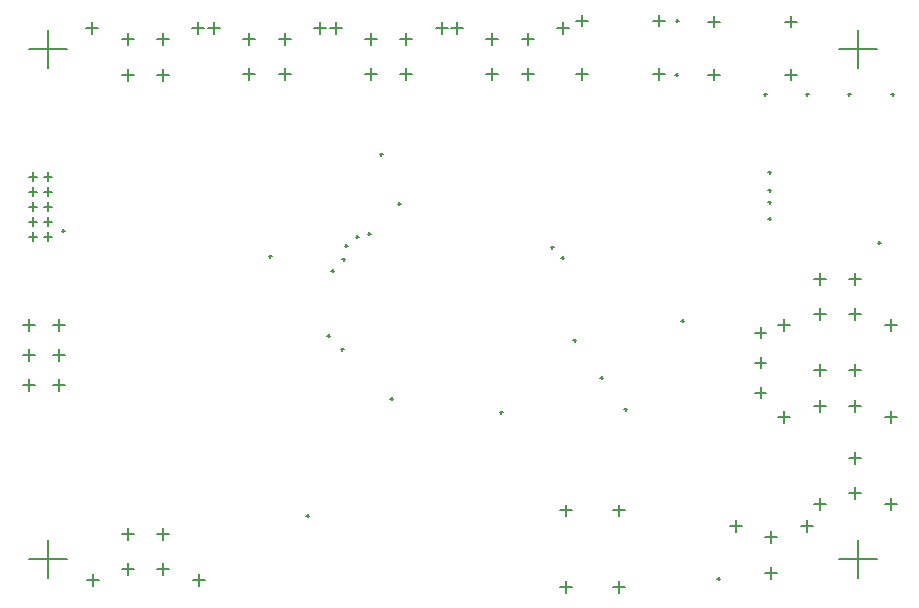
<source format=gbr>
%FSTAX23Y23*%
%MOIN*%
%SFA1B1*%

%IPPOS*%
%ADD65C,0.005000*%
%LNtemperature_monitor_&_display_drillmap_1-1*%
%LPD*%
G54D65*
X01911Y01945D02*
X01949D01*
X0193Y01926D02*
Y01964D01*
X02166Y01945D02*
X02205D01*
X02186Y01926D02*
Y01964D01*
X01911Y01768D02*
X01949D01*
X0193Y01748D02*
Y01787D01*
X02166Y01768D02*
X02205D01*
X02186Y01748D02*
Y01787D01*
X02351Y01942D02*
X02389D01*
X0237Y01923D02*
Y01962D01*
X02606Y01942D02*
X02645D01*
X02626Y01923D02*
Y01962D01*
X02351Y01765D02*
X02389D01*
X0237Y01746D02*
Y01784D01*
X02606Y01765D02*
X02645D01*
X02626Y01746D02*
Y01784D01*
X00065Y0093D02*
X00105D01*
X00085Y0091D02*
Y0095D01*
X00065Y0083D02*
X00105D01*
X00085Y0081D02*
Y0085D01*
X00065Y0073D02*
X00105D01*
X00085Y0071D02*
Y0075D01*
X00165Y0093D02*
X00205D01*
X00185Y0091D02*
Y0095D01*
X00165Y0083D02*
X00205D01*
X00185Y0081D02*
Y0085D01*
X00165Y0073D02*
X00205D01*
X00185Y0071D02*
Y0075D01*
X01857Y00057D02*
X01896D01*
X01876Y00038D02*
Y00077D01*
X01857Y00313D02*
X01896D01*
X01876Y00293D02*
Y00332D01*
X02034Y00057D02*
X02073D01*
X02054Y00038D02*
Y00077D01*
X02034Y00313D02*
X02073D01*
X02054Y00293D02*
Y00332D01*
X0254Y00105D02*
X0258D01*
X0256Y00085D02*
Y00125D01*
X0254Y00223D02*
X0258D01*
X0256Y00203D02*
Y00243D01*
X02422Y0026D02*
X02462D01*
X02442Y0024D02*
Y0028D01*
X02658Y0026D02*
X02698D01*
X02678Y0024D02*
Y0028D01*
X0282Y00488D02*
X0286D01*
X0284Y00468D02*
Y00508D01*
X0282Y0037D02*
X0286D01*
X0284Y0035D02*
Y0039D01*
X02938Y00333D02*
X02978D01*
X02958Y00313D02*
Y00353D01*
X02702Y00333D02*
X02742D01*
X02722Y00313D02*
Y00353D01*
X00632Y00079D02*
X00672D01*
X00652Y00059D02*
Y00099D01*
X00278Y00079D02*
X00318D01*
X00298Y00059D02*
Y00099D01*
X00514Y00234D02*
X00554D01*
X00534Y00214D02*
Y00254D01*
X00514Y00116D02*
X00554D01*
X00534Y00096D02*
Y00136D01*
X00396Y00234D02*
X00436D01*
X00416Y00214D02*
Y00254D01*
X00396Y00116D02*
X00436D01*
X00416Y00096D02*
Y00136D01*
X02507Y00905D02*
X02543D01*
X02525Y00887D02*
Y00923D01*
X02507Y00805D02*
X02543D01*
X02525Y00787D02*
Y00823D01*
X02507Y00705D02*
X02543D01*
X02525Y00687D02*
Y00723D01*
X01493Y01921D02*
X01533D01*
X01513Y01901D02*
Y01941D01*
X01847Y01921D02*
X01887D01*
X01867Y01901D02*
Y01941D01*
X01611Y01766D02*
X01651D01*
X01631Y01746D02*
Y01786D01*
X01611Y01884D02*
X01651D01*
X01631Y01864D02*
Y01904D01*
X01729Y01766D02*
X01769D01*
X01749Y01746D02*
Y01786D01*
X01729Y01884D02*
X01769D01*
X01749Y01864D02*
Y01904D01*
X01088Y01921D02*
X01128D01*
X01108Y01901D02*
Y01941D01*
X01442Y01921D02*
X01482D01*
X01462Y01901D02*
Y01941D01*
X01206Y01766D02*
X01246D01*
X01226Y01746D02*
Y01786D01*
X01206Y01884D02*
X01246D01*
X01226Y01864D02*
Y01904D01*
X01324Y01766D02*
X01364D01*
X01344Y01746D02*
Y01786D01*
X01324Y01884D02*
X01364D01*
X01344Y01864D02*
Y01904D01*
X02938Y0093D02*
X02978D01*
X02958Y0091D02*
Y0095D01*
X02584Y0093D02*
X02624D01*
X02604Y0091D02*
Y0095D01*
X0282Y01085D02*
X0286D01*
X0284Y01065D02*
Y01105D01*
X0282Y00967D02*
X0286D01*
X0284Y00947D02*
Y00987D01*
X02702Y01085D02*
X02742D01*
X02722Y01065D02*
Y01105D01*
X02702Y00967D02*
X02742D01*
X02722Y00947D02*
Y00987D01*
X02938Y00625D02*
X02978D01*
X02958Y00605D02*
Y00645D01*
X02584Y00625D02*
X02624D01*
X02604Y00605D02*
Y00645D01*
X0282Y0078D02*
X0286D01*
X0284Y0076D02*
Y008D01*
X0282Y00662D02*
X0286D01*
X0284Y00642D02*
Y00682D01*
X02702Y0078D02*
X02742D01*
X02722Y0076D02*
Y008D01*
X02702Y00662D02*
X02742D01*
X02722Y00642D02*
Y00682D01*
X00136Y01225D02*
X00164D01*
X0015Y01211D02*
Y01239D01*
X00086Y01225D02*
X00114D01*
X001Y01211D02*
Y01239D01*
X00136Y01275D02*
X00164D01*
X0015Y01261D02*
Y01289D01*
X00086Y01275D02*
X00114D01*
X001Y01261D02*
Y01289D01*
X00136Y01325D02*
X00164D01*
X0015Y01311D02*
Y01339D01*
X00086Y01325D02*
X00114D01*
X001Y01311D02*
Y01339D01*
X00136Y01375D02*
X00164D01*
X0015Y01361D02*
Y01389D01*
X00086Y01375D02*
X00114D01*
X001Y01361D02*
Y01389D01*
X00136Y01425D02*
X00164D01*
X0015Y01411D02*
Y01439D01*
X00086Y01425D02*
X00114D01*
X001Y01411D02*
Y01439D01*
X00683Y01921D02*
X00723D01*
X00703Y01901D02*
Y01941D01*
X01037Y01921D02*
X01077D01*
X01057Y01901D02*
Y01941D01*
X00801Y01766D02*
X00841D01*
X00821Y01746D02*
Y01786D01*
X00801Y01884D02*
X00841D01*
X00821Y01864D02*
Y01904D01*
X00919Y01766D02*
X00959D01*
X00939Y01746D02*
Y01786D01*
X00919Y01884D02*
X00959D01*
X00939Y01864D02*
Y01904D01*
X00087Y0185D02*
X00213D01*
X0015Y01787D02*
Y01913D01*
X02787Y0185D02*
X02913D01*
X0285Y01787D02*
Y01913D01*
X02787Y0015D02*
X02913D01*
X0285Y00087D02*
Y00213D01*
X00087Y0015D02*
X00213D01*
X0015Y00087D02*
Y00213D01*
X00513Y01883D02*
X00553D01*
X00533Y01863D02*
Y01903D01*
X00513Y01765D02*
X00553D01*
X00533Y01745D02*
Y01785D01*
X00395Y01883D02*
X00435D01*
X00415Y01863D02*
Y01903D01*
X00395Y01765D02*
X00435D01*
X00415Y01745D02*
Y01785D01*
X00631Y0192D02*
X00671D01*
X00651Y019D02*
Y0194D01*
X00277Y0192D02*
X00317D01*
X00297Y019D02*
Y0194D01*
X0113Y0115D02*
X0114D01*
X01135Y01145D02*
Y01155D01*
X01093Y01112D02*
X01103D01*
X01098Y01107D02*
Y01117D01*
X01138Y01195D02*
X01148D01*
X01143Y0119D02*
Y012D01*
X0186Y01155D02*
X0187D01*
X01865Y0115D02*
Y0116D01*
X01215Y01235D02*
X01225D01*
X0122Y0123D02*
Y0124D01*
X01175Y01225D02*
X01185D01*
X0118Y0122D02*
Y0123D01*
X00885Y0116D02*
X00895D01*
X0089Y01155D02*
Y01165D01*
X01825Y0119D02*
X01835D01*
X0183Y01185D02*
Y01195D01*
X0207Y0065D02*
X0208D01*
X02075Y00645D02*
Y00655D01*
X02915Y01205D02*
X02925D01*
X0292Y012D02*
Y0121D01*
X0255Y01285D02*
X0256D01*
X02555Y0128D02*
Y0129D01*
X0255Y0134D02*
X0256D01*
X02555Y01335D02*
Y01345D01*
X0255Y0138D02*
X0256D01*
X02555Y01375D02*
Y01385D01*
X02551Y01439D02*
X02561D01*
X02556Y01434D02*
Y01444D01*
X01125Y0085D02*
X01135D01*
X0113Y00845D02*
Y00855D01*
X0108Y00895D02*
X0109D01*
X01085Y0089D02*
Y009D01*
X0296Y017D02*
X0297D01*
X02965Y01695D02*
Y01705D01*
X02535Y017D02*
X02545D01*
X0254Y01695D02*
Y01705D01*
X02675Y017D02*
X02685D01*
X0268Y01695D02*
Y01705D01*
X02815Y017D02*
X02825D01*
X0282Y01695D02*
Y01705D01*
X0238Y00085D02*
X0239D01*
X02385Y0008D02*
Y0009D01*
X0129Y00685D02*
X013D01*
X01295Y0068D02*
Y0069D01*
X0101Y00295D02*
X0102D01*
X01015Y0029D02*
Y003D01*
X01655Y0064D02*
X01665D01*
X0166Y00635D02*
Y00645D01*
X01901Y0088D02*
X01911D01*
X01906Y00875D02*
Y00885D01*
X02242Y01945D02*
X02252D01*
X02247Y0194D02*
Y0195D01*
X01315Y01335D02*
X01325D01*
X0132Y0133D02*
Y0134D01*
X0224Y01765D02*
X0225D01*
X02245Y0176D02*
Y0177D01*
X0226Y00945D02*
X0227D01*
X02265Y0094D02*
Y0095D01*
X00195Y01245D02*
X00205D01*
X002Y0124D02*
Y0125D01*
X0199Y00755D02*
X02D01*
X01995Y0075D02*
Y0076D01*
X01255Y015D02*
X01265D01*
X0126Y01495D02*
Y01505D01*
M02*
</source>
